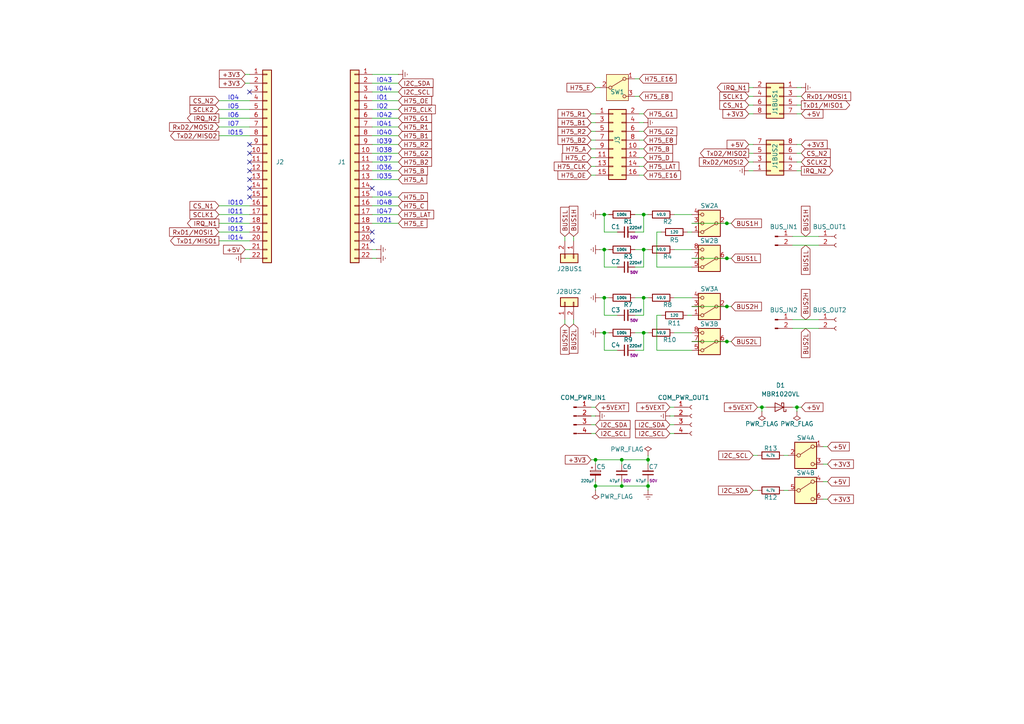
<source format=kicad_sch>
(kicad_sch (version 20250114) (generator "eeschema") (generator_version "9.0")
  (paper "A4")
  (title_block (title "COMChallenge Commander Board") (date "2026-02-18") (rev "v1.0") (company "RaphWeb"))
  (text "IO5" (at 66.04 31.75 0) (effects (font (size 1.27 1.27)) (justify left bottom)))
  (text "IO47" (at 109.22 62.23 0) (effects (font (size 1.27 1.27)) (justify left bottom)))
  (text "IO15" (at 66.04 39.37 0) (effects (font (size 1.27 1.27)) (justify left bottom)))
  (text "IO21" (at 109.22 64.77 0) (effects (font (size 1.27 1.27)) (justify left bottom)))
  (text "IO7" (at 66.04 36.83 0) (effects (font (size 1.27 1.27)) (justify left bottom)))
  (text "IO39" (at 109.22 41.91 0) (effects (font (size 1.27 1.27)) (justify left bottom)))
  (text "IO12" (at 66.04 64.77 0) (effects (font (size 1.27 1.27)) (justify left bottom)))
  (text "IO2" (at 109.22 31.75 0) (effects (font (size 1.27 1.27)) (justify left bottom)))
  (text "IO42" (at 109.22 34.29 0) (effects (font (size 1.27 1.27)) (justify left bottom)))
  (text "IO44" (at 109.22 26.67 0) (effects (font (size 1.27 1.27)) (justify left bottom)))
  (text "IO4" (at 66.04 29.21 0) (effects (font (size 1.27 1.27)) (justify left bottom)))
  (text "IO10" (at 66.04 59.69 0) (effects (font (size 1.27 1.27)) (justify left bottom)))
  (text "IO45" (at 109.22 57.15 0) (effects (font (size 1.27 1.27)) (justify left bottom)))
  (text "IO43" (at 109.22 24.13 0) (effects (font (size 1.27 1.27)) (justify left bottom)))
  (text "IO37" (at 109.22 46.99 0) (effects (font (size 1.27 1.27)) (justify left bottom)))
  (text "IO38" (at 109.22 44.45 0) (effects (font (size 1.27 1.27)) (justify left bottom)))
  (text "IO40" (at 109.22 39.37 0) (effects (font (size 1.27 1.27)) (justify left bottom)))
  (text "IO1" (at 109.22 29.21 0) (effects (font (size 1.27 1.27)) (justify left bottom)))
  (text "IO13" (at 66.04 67.31 0) (effects (font (size 1.27 1.27)) (justify left bottom)))
  (text "IO14" (at 66.04 69.85 0) (effects (font (size 1.27 1.27)) (justify left bottom)))
  (text "IO48" (at 109.22 59.69 0) (effects (font (size 1.27 1.27)) (justify left bottom)))
  (text "IO6" (at 66.04 34.29 0) (effects (font (size 1.27 1.27)) (justify left bottom)))
  (text "IO35" (at 109.22 52.07 0) (effects (font (size 1.27 1.27)) (justify left bottom)))
  (text "IO11" (at 66.04 62.23 0) (effects (font (size 1.27 1.27)) (justify left bottom)))
  (text "IO36" (at 109.22 49.53 0) (effects (font (size 1.27 1.27)) (justify left bottom)))
  (text "IO41" (at 109.22 36.83 0) (effects (font (size 1.27 1.27)) (justify left bottom)))
  (junction (at 231.14 118.11))
  (junction (at 175.26 86.36))
  (junction (at 186.69 62.23))
  (junction (at 210.82 64.77))
  (junction (at 175.26 96.52))
  (junction (at 187.96 140.97))
  (junction (at 186.69 96.52))
  (junction (at 172.72 133.35))
  (junction (at 172.72 140.97))
  (junction (at 220.98 118.11))
  (junction (at 180.34 133.35))
  (junction (at 175.26 72.39))
  (junction (at 180.34 140.97))
  (junction (at 210.82 74.93))
  (junction (at 186.69 72.39))
  (junction (at 186.69 86.36))
  (junction (at 175.26 62.23))
  (junction (at 187.96 133.35))
  (junction (at 210.82 88.9))
  (junction (at 210.82 99.06))
  (no_connect (at 72.39 57.15))
  (no_connect (at 72.39 54.61))
  (no_connect (at 72.39 44.45))
  (no_connect (at 72.39 52.07))
  (no_connect (at 72.39 49.53))
  (no_connect (at 107.95 67.31))
  (no_connect (at 72.39 41.91))
  (no_connect (at 72.39 26.67))
  (no_connect (at 72.39 46.99))
  (no_connect (at 107.95 69.85))
  (no_connect (at 107.95 54.61))
  (wire (pts (xy 63.5 31.75) (xy 72.39 31.75)))
  (wire (pts (xy 163.83 93.98) (xy 163.83 92.71)))
  (wire (pts (xy 107.95 41.91) (xy 115.57 41.91)))
  (wire (pts (xy 173.99 86.36) (xy 175.26 86.36)))
  (wire (pts (xy 63.5 69.85) (xy 72.39 69.85)))
  (wire (pts (xy 186.69 91.44) (xy 184.15 91.44)))
  (wire (pts (xy 231.14 44.45) (xy 232.41 44.45)))
  (wire (pts (xy 210.82 88.9) (xy 212.09 88.9)))
  (wire (pts (xy 107.95 29.21) (xy 115.57 29.21)))
  (wire (pts (xy 190.5 67.31) (xy 190.5 77.47)))
  (wire (pts (xy 218.44 25.4) (xy 217.17 25.4)))
  (wire (pts (xy 107.95 39.37) (xy 115.57 39.37)))
  (wire (pts (xy 71.12 72.39) (xy 72.39 72.39)))
  (wire (pts (xy 115.57 52.07) (xy 107.95 52.07)))
  (wire (pts (xy 180.34 133.35) (xy 172.72 133.35)))
  (wire (pts (xy 184.15 86.36) (xy 186.69 86.36)))
  (wire (pts (xy 163.83 68.58) (xy 163.83 69.85)))
  (wire (pts (xy 63.5 59.69) (xy 72.39 59.69)))
  (wire (pts (xy 63.5 29.21) (xy 72.39 29.21)))
  (wire (pts (xy 175.26 72.39) (xy 176.53 72.39)))
  (wire (pts (xy 218.44 30.48) (xy 217.17 30.48)))
  (wire (pts (xy 195.58 86.36) (xy 200.66 86.36)))
  (wire (pts (xy 231.14 118.11) (xy 231.14 119.38)))
  (wire (pts (xy 238.76 129.54) (xy 240.03 129.54)))
  (wire (pts (xy 171.45 125.73) (xy 172.72 125.73)))
  (wire (pts (xy 190.5 91.44) (xy 190.5 101.6)))
  (wire (pts (xy 172.72 142.24) (xy 172.72 140.97)))
  (wire (pts (xy 232.41 25.4) (xy 231.14 25.4)))
  (wire (pts (xy 190.5 101.6) (xy 200.66 101.6)))
  (wire (pts (xy 171.45 120.65) (xy 172.72 120.65)))
  (wire (pts (xy 179.07 101.6) (xy 175.26 101.6)))
  (wire (pts (xy 172.72 133.35) (xy 172.72 134.62)))
  (wire (pts (xy 175.26 91.44) (xy 175.26 86.36)))
  (wire (pts (xy 172.72 38.1) (xy 171.45 38.1)))
  (wire (pts (xy 180.34 133.35) (xy 187.96 133.35)))
  (wire (pts (xy 63.5 36.83) (xy 72.39 36.83)))
  (wire (pts (xy 194.31 125.73) (xy 195.58 125.73)))
  (wire (pts (xy 186.69 101.6) (xy 184.15 101.6)))
  (wire (pts (xy 238.76 144.78) (xy 240.03 144.78)))
  (wire (pts (xy 179.07 77.47) (xy 175.26 77.47)))
  (wire (pts (xy 187.96 132.08) (xy 187.96 133.35)))
  (wire (pts (xy 219.71 118.11) (xy 220.98 118.11)))
  (wire (pts (xy 115.57 36.83) (xy 107.95 36.83)))
  (wire (pts (xy 194.31 118.11) (xy 195.58 118.11)))
  (wire (pts (xy 63.5 34.29) (xy 72.39 34.29)))
  (wire (pts (xy 227.33 142.24) (xy 228.6 142.24)))
  (wire (pts (xy 218.44 132.08) (xy 219.71 132.08)))
  (wire (pts (xy 220.98 118.11) (xy 220.98 119.38)))
  (wire (pts (xy 172.72 33.02) (xy 171.45 33.02)))
  (wire (pts (xy 217.17 41.91) (xy 218.44 41.91)))
  (wire (pts (xy 179.07 67.31) (xy 175.26 67.31)))
  (wire (pts (xy 172.72 45.72) (xy 171.45 45.72)))
  (wire (pts (xy 229.87 71.12) (xy 237.49 71.12)))
  (wire (pts (xy 186.69 96.52) (xy 187.96 96.52)))
  (wire (pts (xy 107.95 74.93) (xy 109.22 74.93)))
  (wire (pts (xy 107.95 72.39) (xy 109.22 72.39)))
  (wire (pts (xy 172.72 50.8) (xy 171.45 50.8)))
  (wire (pts (xy 199.39 67.31) (xy 200.66 67.31)))
  (wire (pts (xy 184.15 72.39) (xy 186.69 72.39)))
  (wire (pts (xy 217.17 46.99) (xy 218.44 46.99)))
  (wire (pts (xy 231.14 46.99) (xy 232.41 46.99)))
  (wire (pts (xy 186.69 96.52) (xy 186.69 101.6)))
  (wire (pts (xy 238.76 139.7) (xy 240.03 139.7)))
  (wire (pts (xy 184.15 96.52) (xy 186.69 96.52)))
  (wire (pts (xy 175.26 101.6) (xy 175.26 96.52)))
  (wire (pts (xy 217.17 49.53) (xy 218.44 49.53)))
  (wire (pts (xy 63.5 64.77) (xy 72.39 64.77)))
  (wire (pts (xy 172.72 43.18) (xy 171.45 43.18)))
  (wire (pts (xy 172.72 35.56) (xy 171.45 35.56)))
  (wire (pts (xy 184.15 62.23) (xy 186.69 62.23)))
  (wire (pts (xy 166.37 93.98) (xy 166.37 92.71)))
  (wire (pts (xy 180.34 134.62) (xy 180.34 133.35)))
  (wire (pts (xy 191.77 67.31) (xy 190.5 67.31)))
  (wire (pts (xy 200.66 74.93) (xy 210.82 74.93)))
  (wire (pts (xy 107.95 49.53) (xy 115.57 49.53)))
  (wire (pts (xy 238.76 134.62) (xy 240.03 134.62)))
  (wire (pts (xy 231.14 118.11) (xy 232.41 118.11)))
  (wire (pts (xy 231.14 49.53) (xy 232.41 49.53)))
  (wire (pts (xy 195.58 96.52) (xy 200.66 96.52)))
  (wire (pts (xy 107.95 31.75) (xy 115.57 31.75)))
  (wire (pts (xy 180.34 139.7) (xy 180.34 140.97)))
  (wire (pts (xy 232.41 27.94) (xy 231.14 27.94)))
  (wire (pts (xy 186.69 43.18) (xy 185.42 43.18)))
  (wire (pts (xy 63.5 67.31) (xy 72.39 67.31)))
  (wire (pts (xy 227.33 132.08) (xy 228.6 132.08)))
  (wire (pts (xy 186.69 86.36) (xy 187.96 86.36)))
  (wire (pts (xy 107.95 46.99) (xy 115.57 46.99)))
  (wire (pts (xy 200.66 88.9) (xy 210.82 88.9)))
  (wire (pts (xy 229.87 95.25) (xy 237.49 95.25)))
  (wire (pts (xy 172.72 40.64) (xy 171.45 40.64)))
  (wire (pts (xy 186.69 72.39) (xy 186.69 77.47)))
  (wire (pts (xy 200.66 64.77) (xy 210.82 64.77)))
  (wire (pts (xy 71.12 21.59) (xy 72.39 21.59)))
  (wire (pts (xy 175.26 86.36) (xy 176.53 86.36)))
  (wire (pts (xy 210.82 99.06) (xy 212.09 99.06)))
  (wire (pts (xy 194.31 120.65) (xy 195.58 120.65)))
  (wire (pts (xy 63.5 39.37) (xy 72.39 39.37)))
  (wire (pts (xy 186.69 50.8) (xy 185.42 50.8)))
  (wire (pts (xy 210.82 74.93) (xy 212.09 74.93)))
  (wire (pts (xy 186.69 67.31) (xy 186.69 62.23)))
  (wire (pts (xy 184.15 27.94) (xy 185.42 27.94)))
  (wire (pts (xy 71.12 74.93) (xy 72.39 74.93)))
  (wire (pts (xy 187.96 140.97) (xy 187.96 142.24)))
  (wire (pts (xy 186.69 62.23) (xy 187.96 62.23)))
  (wire (pts (xy 229.87 118.11) (xy 231.14 118.11)))
  (wire (pts (xy 171.45 123.19) (xy 172.72 123.19)))
  (wire (pts (xy 180.34 140.97) (xy 187.96 140.97)))
  (wire (pts (xy 229.87 92.71) (xy 237.49 92.71)))
  (wire (pts (xy 172.72 139.7) (xy 172.72 140.97)))
  (wire (pts (xy 175.26 62.23) (xy 176.53 62.23)))
  (wire (pts (xy 199.39 91.44) (xy 200.66 91.44)))
  (wire (pts (xy 191.77 91.44) (xy 190.5 91.44)))
  (wire (pts (xy 187.96 134.62) (xy 187.96 133.35)))
  (wire (pts (xy 115.57 34.29) (xy 107.95 34.29)))
  (wire (pts (xy 179.07 91.44) (xy 175.26 91.44)))
  (wire (pts (xy 175.26 77.47) (xy 175.26 72.39)))
  (wire (pts (xy 231.14 41.91) (xy 232.41 41.91)))
  (wire (pts (xy 172.72 140.97) (xy 180.34 140.97)))
  (wire (pts (xy 175.26 96.52) (xy 176.53 96.52)))
  (wire (pts (xy 229.87 68.58) (xy 237.49 68.58)))
  (wire (pts (xy 107.95 64.77) (xy 115.57 64.77)))
  (wire (pts (xy 115.57 59.69) (xy 107.95 59.69)))
  (wire (pts (xy 107.95 26.67) (xy 115.57 26.67)))
  (wire (pts (xy 195.58 72.39) (xy 200.66 72.39)))
  (wire (pts (xy 186.69 45.72) (xy 185.42 45.72)))
  (wire (pts (xy 186.69 67.31) (xy 184.15 67.31)))
  (wire (pts (xy 107.95 24.13) (xy 115.57 24.13)))
  (wire (pts (xy 172.72 25.4) (xy 173.99 25.4)))
  (wire (pts (xy 107.95 62.23) (xy 115.57 62.23)))
  (wire (pts (xy 115.57 44.45) (xy 107.95 44.45)))
  (wire (pts (xy 172.72 48.26) (xy 171.45 48.26)))
  (wire (pts (xy 218.44 142.24) (xy 219.71 142.24)))
  (wire (pts (xy 195.58 62.23) (xy 200.66 62.23)))
  (wire (pts (xy 210.82 64.77) (xy 212.09 64.77)))
  (wire (pts (xy 173.99 72.39) (xy 175.26 72.39)))
  (wire (pts (xy 200.66 99.06) (xy 210.82 99.06)))
  (wire (pts (xy 220.98 118.11) (xy 222.25 118.11)))
  (wire (pts (xy 71.12 24.13) (xy 72.39 24.13)))
  (wire (pts (xy 194.31 123.19) (xy 195.58 123.19)))
  (wire (pts (xy 184.15 22.86) (xy 185.42 22.86)))
  (wire (pts (xy 232.41 33.02) (xy 231.14 33.02)))
  (wire (pts (xy 232.41 30.48) (xy 231.14 30.48)))
  (wire (pts (xy 217.17 44.45) (xy 218.44 44.45)))
  (wire (pts (xy 186.69 33.02) (xy 185.42 33.02)))
  (wire (pts (xy 171.45 133.35) (xy 172.72 133.35)))
  (wire (pts (xy 186.69 77.47) (xy 184.15 77.47)))
  (wire (pts (xy 218.44 33.02) (xy 217.17 33.02)))
  (wire (pts (xy 173.99 96.52) (xy 175.26 96.52)))
  (wire (pts (xy 171.45 118.11) (xy 172.72 118.11)))
  (wire (pts (xy 186.69 72.39) (xy 187.96 72.39)))
  (wire (pts (xy 173.99 62.23) (xy 175.26 62.23)))
  (wire (pts (xy 186.69 91.44) (xy 186.69 86.36)))
  (wire (pts (xy 186.69 40.64) (xy 185.42 40.64)))
  (wire (pts (xy 187.96 139.7) (xy 187.96 140.97)))
  (wire (pts (xy 107.95 21.59) (xy 115.57 21.59)))
  (wire (pts (xy 186.69 48.26) (xy 185.42 48.26)))
  (wire (pts (xy 175.26 67.31) (xy 175.26 62.23)))
  (wire (pts (xy 186.69 38.1) (xy 185.42 38.1)))
  (wire (pts (xy 186.69 35.56) (xy 185.42 35.56)))
  (wire (pts (xy 63.5 62.23) (xy 72.39 62.23)))
  (wire (pts (xy 166.37 68.58) (xy 166.37 69.85)))
  (wire (pts (xy 190.5 77.47) (xy 200.66 77.47)))
  (wire (pts (xy 115.57 57.15) (xy 107.95 57.15)))
  (wire (pts (xy 218.44 27.94) (xy 217.17 27.94)))
  (global_label "H75_LAT" (shape input) (at 115.57 62.23 0) (property "Intersheetrefs" "${INTERSHEET_REFS}" (effects (hide yes))))
  (global_label "SCLK1" (shape input) (at 63.5 62.23 180) (property "Intersheetrefs" "${INTERSHEET_REFS}" (effects (hide yes))))
  (global_label "BUS2L" (shape input) (at 233.68 95.25 270) (property "Intersheetrefs" "${INTERSHEET_REFS}" (effects (hide yes))))
  (global_label "BUS2H" (shape input) (at 163.83 93.98 270) (property "Intersheetrefs" "${INTERSHEET_REFS}" (effects (hide yes))))
  (global_label "H75_OE" (shape input) (at 115.57 29.21 0) (property "Intersheetrefs" "${INTERSHEET_REFS}" (effects (hide yes))))
  (global_label "I2C_SCL" (shape input) (at 194.31 125.73 180) (property "Intersheetrefs" "${INTERSHEET_REFS}" (effects (hide yes))))
  (global_label "TxD1/MISO1" (shape output) (at 232.41 30.48 0) (property "Intersheetrefs" "${INTERSHEET_REFS}" (effects (hide yes))))
  (global_label "H75_E16" (shape input) (at 186.69 50.8 0) (property "Intersheetrefs" "${INTERSHEET_REFS}" (effects (hide yes))))
  (global_label "TxD2/MISO2" (shape output) (at 63.5 39.37 180) (property "Intersheetrefs" "${INTERSHEET_REFS}" (effects (hide yes))))
  (global_label "+5V" (shape input) (at 240.03 129.54 0) (property "Intersheetrefs" "${INTERSHEET_REFS}" (effects (hide yes))))
  (global_label "H75_CLK" (shape input) (at 115.57 31.75 0) (property "Intersheetrefs" "${INTERSHEET_REFS}" (effects (hide yes))))
  (global_label "+5V" (shape input) (at 217.17 41.91 180) (property "Intersheetrefs" "${INTERSHEET_REFS}" (effects (hide yes))))
  (global_label "H75_E" (shape input) (at 115.57 64.77 0) (property "Intersheetrefs" "${INTERSHEET_REFS}" (effects (hide yes))))
  (global_label "IRQ_N2" (shape output) (at 63.5 34.29 180) (property "Intersheetrefs" "${INTERSHEET_REFS}" (effects (hide yes))))
  (global_label "SCLK2" (shape input) (at 63.5 31.75 180) (property "Intersheetrefs" "${INTERSHEET_REFS}" (effects (hide yes))))
  (global_label "+5V" (shape input) (at 232.41 118.11 0) (property "Intersheetrefs" "${INTERSHEET_REFS}" (effects (hide yes))))
  (global_label "SCLK1" (shape input) (at 217.17 27.94 180) (property "Intersheetrefs" "${INTERSHEET_REFS}" (effects (hide yes))))
  (global_label "+3V3" (shape input) (at 71.12 24.13 180) (property "Intersheetrefs" "${INTERSHEET_REFS}" (effects (hide yes))))
  (global_label "BUS1H" (shape input) (at 166.37 68.58 90) (property "Intersheetrefs" "${INTERSHEET_REFS}" (effects (hide yes))))
  (global_label "TxD2/MISO2" (shape output) (at 217.17 44.45 180) (property "Intersheetrefs" "${INTERSHEET_REFS}" (effects (hide yes))))
  (global_label "H75_E16" (shape input) (at 185.42 22.86 0) (property "Intersheetrefs" "${INTERSHEET_REFS}" (effects (hide yes))))
  (global_label "RxD1/MOSI1" (shape input) (at 232.41 27.94 0) (property "Intersheetrefs" "${INTERSHEET_REFS}" (effects (hide yes))))
  (global_label "H75_B" (shape input) (at 186.69 43.18 0) (property "Intersheetrefs" "${INTERSHEET_REFS}" (effects (hide yes))))
  (global_label "I2C_SDA" (shape input) (at 218.44 142.24 180) (property "Intersheetrefs" "${INTERSHEET_REFS}" (effects (hide yes))))
  (global_label "BUS1L" (shape input) (at 163.83 68.58 90) (property "Intersheetrefs" "${INTERSHEET_REFS}" (effects (hide yes))))
  (global_label "H75_OE" (shape input) (at 171.45 50.8 180) (property "Intersheetrefs" "${INTERSHEET_REFS}" (effects (hide yes))))
  (global_label "H75_B1" (shape input) (at 171.45 35.56 180) (property "Intersheetrefs" "${INTERSHEET_REFS}" (effects (hide yes))))
  (global_label "H75_A" (shape input) (at 115.57 52.07 0) (property "Intersheetrefs" "${INTERSHEET_REFS}" (effects (hide yes))))
  (global_label "BUS2L" (shape input) (at 212.09 99.06 0) (property "Intersheetrefs" "${INTERSHEET_REFS}" (effects (hide yes))))
  (global_label "I2C_SCL" (shape input) (at 115.57 26.67 0) (property "Intersheetrefs" "${INTERSHEET_REFS}" (effects (hide yes))))
  (global_label "SCLK2" (shape input) (at 232.41 46.99 0) (property "Intersheetrefs" "${INTERSHEET_REFS}" (effects (hide yes))))
  (global_label "TxD1/MISO1" (shape output) (at 63.5 69.85 180) (property "Intersheetrefs" "${INTERSHEET_REFS}" (effects (hide yes))))
  (global_label "H75_D" (shape input) (at 115.57 57.15 0) (property "Intersheetrefs" "${INTERSHEET_REFS}" (effects (hide yes))))
  (global_label "H75_R2" (shape input) (at 171.45 38.1 180) (property "Intersheetrefs" "${INTERSHEET_REFS}" (effects (hide yes))))
  (global_label "+5V" (shape input) (at 71.12 72.39 180) (property "Intersheetrefs" "${INTERSHEET_REFS}" (effects (hide yes))))
  (global_label "H75_G2" (shape input) (at 115.57 44.45 0) (property "Intersheetrefs" "${INTERSHEET_REFS}" (effects (hide yes))))
  (global_label "+3V3" (shape input) (at 217.17 33.02 180) (property "Intersheetrefs" "${INTERSHEET_REFS}" (effects (hide yes))))
  (global_label "RxD1/MOSI1" (shape input) (at 63.5 67.31 180) (property "Intersheetrefs" "${INTERSHEET_REFS}" (effects (hide yes))))
  (global_label "BUS1L" (shape input) (at 233.68 71.12 270) (property "Intersheetrefs" "${INTERSHEET_REFS}" (effects (hide yes))))
  (global_label "I2C_SDA" (shape input) (at 172.72 123.19 0) (property "Intersheetrefs" "${INTERSHEET_REFS}" (effects (hide yes))))
  (global_label "I2C_SCL" (shape input) (at 218.44 132.08 180) (property "Intersheetrefs" "${INTERSHEET_REFS}" (effects (hide yes))))
  (global_label "H75_G1" (shape input) (at 186.69 33.02 0) (property "Intersheetrefs" "${INTERSHEET_REFS}" (effects (hide yes))))
  (global_label "IRQ_N1" (shape output) (at 217.17 25.4 180) (property "Intersheetrefs" "${INTERSHEET_REFS}" (effects (hide yes))))
  (global_label "+3V3" (shape input) (at 240.03 144.78 0) (property "Intersheetrefs" "${INTERSHEET_REFS}" (effects (hide yes))))
  (global_label "H75_C" (shape input) (at 115.57 59.69 0) (property "Intersheetrefs" "${INTERSHEET_REFS}" (effects (hide yes))))
  (global_label "H75_A" (shape input) (at 171.45 43.18 180) (property "Intersheetrefs" "${INTERSHEET_REFS}" (effects (hide yes))))
  (global_label "RxD2/MOSI2" (shape input) (at 63.5 36.83 180) (property "Intersheetrefs" "${INTERSHEET_REFS}" (effects (hide yes))))
  (global_label "IRQ_N2" (shape output) (at 232.41 49.53 0) (property "Intersheetrefs" "${INTERSHEET_REFS}" (effects (hide yes))))
  (global_label "H75_E" (shape input) (at 172.72 25.4 180) (property "Intersheetrefs" "${INTERSHEET_REFS}" (effects (hide yes))))
  (global_label "+3V3" (shape input) (at 232.41 41.91 0) (property "Intersheetrefs" "${INTERSHEET_REFS}" (effects (hide yes))))
  (global_label "H75_B2" (shape input) (at 115.57 46.99 0) (property "Intersheetrefs" "${INTERSHEET_REFS}" (effects (hide yes))))
  (global_label "I2C_SDA" (shape input) (at 115.57 24.13 0) (property "Intersheetrefs" "${INTERSHEET_REFS}" (effects (hide yes))))
  (global_label "+3V3" (shape input) (at 71.12 21.59 180) (property "Intersheetrefs" "${INTERSHEET_REFS}" (effects (hide yes))))
  (global_label "H75_G2" (shape input) (at 186.69 38.1 0) (property "Intersheetrefs" "${INTERSHEET_REFS}" (effects (hide yes))))
  (global_label "H75_G1" (shape input) (at 115.57 34.29 0) (property "Intersheetrefs" "${INTERSHEET_REFS}" (effects (hide yes))))
  (global_label "H75_E8" (shape input) (at 186.69 40.64 0) (property "Intersheetrefs" "${INTERSHEET_REFS}" (effects (hide yes))))
  (global_label "BUS1H" (shape input) (at 233.68 68.58 90) (property "Intersheetrefs" "${INTERSHEET_REFS}" (effects (hide yes))))
  (global_label "H75_R1" (shape input) (at 171.45 33.02 180) (property "Intersheetrefs" "${INTERSHEET_REFS}" (effects (hide yes))))
  (global_label "CS_N2" (shape input) (at 232.41 44.45 0) (property "Intersheetrefs" "${INTERSHEET_REFS}" (effects (hide yes))))
  (global_label "IRQ_N1" (shape output) (at 63.5 64.77 180) (property "Intersheetrefs" "${INTERSHEET_REFS}" (effects (hide yes))))
  (global_label "H75_LAT" (shape input) (at 186.69 48.26 0) (property "Intersheetrefs" "${INTERSHEET_REFS}" (effects (hide yes))))
  (global_label "BUS1H" (shape input) (at 212.09 64.77 0) (property "Intersheetrefs" "${INTERSHEET_REFS}" (effects (hide yes))))
  (global_label "BUS2H" (shape input) (at 233.68 92.71 90) (property "Intersheetrefs" "${INTERSHEET_REFS}" (effects (hide yes))))
  (global_label "+5VEXT" (shape input) (at 194.31 118.11 180) (property "Intersheetrefs" "${INTERSHEET_REFS}" (effects (hide yes))))
  (global_label "BUS1L" (shape input) (at 212.09 74.93 0) (property "Intersheetrefs" "${INTERSHEET_REFS}" (effects (hide yes))))
  (global_label "H75_B" (shape input) (at 115.57 49.53 0) (property "Intersheetrefs" "${INTERSHEET_REFS}" (effects (hide yes))))
  (global_label "H75_R2" (shape input) (at 115.57 41.91 0) (property "Intersheetrefs" "${INTERSHEET_REFS}" (effects (hide yes))))
  (global_label "BUS2L" (shape input) (at 166.37 93.98 270) (property "Intersheetrefs" "${INTERSHEET_REFS}" (effects (hide yes))))
  (global_label "H75_CLK" (shape input) (at 171.45 48.26 180) (property "Intersheetrefs" "${INTERSHEET_REFS}" (effects (hide yes))))
  (global_label "+5VEXT" (shape input) (at 172.72 118.11 0) (property "Intersheetrefs" "${INTERSHEET_REFS}" (effects (hide yes))))
  (global_label "H75_B1" (shape input) (at 115.57 39.37 0) (property "Intersheetrefs" "${INTERSHEET_REFS}" (effects (hide yes))))
  (global_label "CS_N1" (shape input) (at 63.5 59.69 180) (property "Intersheetrefs" "${INTERSHEET_REFS}" (effects (hide yes))))
  (global_label "+5VEXT" (shape input) (at 219.71 118.11 180) (property "Intersheetrefs" "${INTERSHEET_REFS}" (effects (hide yes))))
  (global_label "CS_N1" (shape input) (at 217.17 30.48 180) (property "Intersheetrefs" "${INTERSHEET_REFS}" (effects (hide yes))))
  (global_label "RxD2/MOSI2" (shape input) (at 217.17 46.99 180) (property "Intersheetrefs" "${INTERSHEET_REFS}" (effects (hide yes))))
  (global_label "H75_D" (shape input) (at 186.69 45.72 0) (property "Intersheetrefs" "${INTERSHEET_REFS}" (effects (hide yes))))
  (global_label "+3V3" (shape input) (at 240.03 134.62 0) (property "Intersheetrefs" "${INTERSHEET_REFS}" (effects (hide yes))))
  (global_label "I2C_SCL" (shape input) (at 172.72 125.73 0) (property "Intersheetrefs" "${INTERSHEET_REFS}" (effects (hide yes))))
  (global_label "H75_R1" (shape input) (at 115.57 36.83 0) (property "Intersheetrefs" "${INTERSHEET_REFS}" (effects (hide yes))))
  (global_label "BUS2H" (shape input) (at 212.09 88.9 0) (property "Intersheetrefs" "${INTERSHEET_REFS}" (effects (hide yes))))
  (global_label "H75_B2" (shape input) (at 171.45 40.64 180) (property "Intersheetrefs" "${INTERSHEET_REFS}" (effects (hide yes))))
  (global_label "+5V" (shape input) (at 240.03 139.7 0) (property "Intersheetrefs" "${INTERSHEET_REFS}" (effects (hide yes))))
  (global_label "H75_E8" (shape input) (at 185.42 27.94 0) (property "Intersheetrefs" "${INTERSHEET_REFS}" (effects (hide yes))))
  (global_label "CS_N2" (shape input) (at 63.5 29.21 180) (property "Intersheetrefs" "${INTERSHEET_REFS}" (effects (hide yes))))
  (global_label "+5V" (shape input) (at 232.41 33.02 0) (property "Intersheetrefs" "${INTERSHEET_REFS}" (effects (hide yes))))
  (global_label "I2C_SDA" (shape input) (at 194.31 123.19 180) (property "Intersheetrefs" "${INTERSHEET_REFS}" (effects (hide yes))))
  (global_label "+3V3" (shape input) (at 171.45 133.35 180) (property "Intersheetrefs" "${INTERSHEET_REFS}" (effects (hide yes))))
  (global_label "H75_C" (shape input) (at 171.45 45.72 180) (property "Intersheetrefs" "${INTERSHEET_REFS}" (effects (hide yes))))
  (symbol (lib_id "Connector_Generic:Conn_02x08_Odd_Even") (at 177.8 40.64 0) (unit 1)
    (property "Reference" "J3" (at 179.07 40.64 90))
    (property "Value" "HUB75" (effects (hide yes)))
    (property "Footprint" "Connector_IDC:IDC-Header_2x08_P2.54mm_Vertical" (effects (hide yes)))
    (property "Description" "Generic connector, double row, 02x08, odd/even pin numbering scheme (row 1 odd numbers, row 2 even numbers), script generated (kicad-library-utils/schlib/autogen/connector/)" (effects (hide yes)))
  )
  (symbol (lib_id "Switch:SW_SPDT") (at 179.07 25.4 0) (unit 1)
    (property "Reference" "SW1" (at 179.07 26.67 0))
    (property "Value" "SW_SPDT" (effects (hide yes)))
    (property "Footprint" "LIB_CL-SB-12B-01T:CLSB12B01T" (effects (hide yes)))
    (property "Description" "Switch, single pole double throw" (effects (hide yes)))
  )
  (symbol (lib_id "power:PWR_FLAG") (at 231.14 119.38 0) (mirror x) (unit 1)
    (property "Reference" "#FLG04" (effects (hide yes)))
    (property "Value" "PWR_FLAG" (at 231.14 122.936 0))
    (property "Description" "Special symbol for telling ERC where power comes from" (effects (hide yes)))
  )
  (symbol (lib_id "power:GNDREF") (at 173.99 86.36 270) (unit 1)
    (property "Reference" "#PWR010" (effects (hide yes)))
    (property "Value" "GNDREF" (effects (hide yes)))
    (property "Description" "Power symbol creates a global label with name \"GNDREF\" , reference supply ground" (effects (hide yes)))
  )
  (symbol (lib_id "Device:R") (at 223.52 132.08 270) (mirror x) (unit 1)
    (property "Reference" "R13" (at 223.52 130.048 90))
    (property "Value" "4.7k" (at 223.52 132.08 90) (effects (font (size 0.8 0.8))))
    (property "Footprint" "Resistor_SMD:R_1206_3216Metric" (effects (hide yes)))
    (property "Description" "Resistor" (effects (hide yes)))
    (property "LCSC" "C17902" (effects (hide yes)))
    (property "Stock" "1031548" (effects (hide yes)))
    (property "Price" "0.006USD" (effects (hide yes)))
    (property "Process" "SMT" (effects (hide yes)))
    (property "Minimum Qty" "15" (effects (hide yes)))
    (property "Attrition Qty" "10" (effects (hide yes)))
    (property "Class" "Basic Component" (effects (hide yes)))
    (property "Category" "Resistors,Chip Resistor - Surface Mount" (effects (hide yes)))
    (property "Manufacturer" "UNI-ROYAL(Uniroyal Elec)" (effects (hide yes)))
    (property "Part" "1206W4F1002T5E" (effects (hide yes)))
    (property "Resistance" "10kΩ" (effects (hide yes)))
    (property "Power" "250mW" (effects (hide yes)))
    (property "Type" "Thick Film Resistors" (effects (hide yes)))
    (property "Overload Voltage Max" "200V" (effects (hide yes)))
    (property "Operating Temperature Range" "-55°C~+155°C" (effects (hide yes)))
    (property "Tolerance" "±1%" (effects (hide yes)))
    (property "Temperature Coefficient" "±100ppm/°C" (effects (hide yes)))
  )
  (symbol (lib_id "Connector:Conn_01x04_Socket") (at 200.66 120.65 0) (unit 1) (in_bom no)
    (property "Reference" "COM_PWR_OUT1" (at 190.754 115.316 0) (effects (justify left)))
    (property "Value" "Conn_01x04_Socket" (effects (hide yes)))
    (property "Footprint" "Connector_PinSocket_2.54mm:PinSocket_1x04_P2.54mm_Horizontal" (effects (hide yes)))
    (property "Description" "Generic connector, single row, 01x04, script generated" (effects (hide yes)))
  )
  (symbol (lib_id "Device:R") (at 191.77 96.52 270) (unit 1)
    (property "Reference" "R10" (at 192.278 98.552 90) (effects (justify left)))
    (property "Value" "49.9" (at 191.77 96.52 90) (effects (font (size 0.8 0.8))))
    (property "Footprint" "Resistor_SMD:R_1206_3216Metric" (effects (hide yes)))
    (property "Description" "Resistor" (effects (hide yes)))
    (property "LCSC" "C17902" (effects (hide yes)))
    (property "Stock" "1031548" (effects (hide yes)))
    (property "Price" "0.006USD" (effects (hide yes)))
    (property "Process" "SMT" (effects (hide yes)))
    (property "Minimum Qty" "15" (effects (hide yes)))
    (property "Attrition Qty" "10" (effects (hide yes)))
    (property "Class" "Basic Component" (effects (hide yes)))
    (property "Category" "Resistors,Chip Resistor - Surface Mount" (effects (hide yes)))
    (property "Manufacturer" "UNI-ROYAL(Uniroyal Elec)" (effects (hide yes)))
    (property "Part" "1206W4F1002T5E" (effects (hide yes)))
    (property "Resistance" "10kΩ" (effects (hide yes)))
    (property "Power" "250mW" (effects (hide yes)))
    (property "Type" "Thick Film Resistors" (effects (hide yes)))
    (property "Overload Voltage Max" "200V" (effects (hide yes)))
    (property "Operating Temperature Range" "-55°C~+155°C" (effects (hide yes)))
    (property "Tolerance" "±1%" (effects (hide yes)))
    (property "Temperature Coefficient" "±100ppm/°C" (effects (hide yes)))
  )
  (symbol (lib_name "SW_DP3T_1") (lib_id "Switch:SW_DP3T") (at 205.74 64.77 180) (unit 1)
    (property "Reference" "SW2" (at 205.74 59.69 0))
    (property "Value" "SW_DP3T" (effects (hide yes)))
    (property "Footprint" "LIB_CL-SB-23B-01T:CLSB23B01T" (effects (hide yes)))
    (property "Description" "Switch, three position, dual pole triple throw, 3 position switch, SP3T" (effects (hide yes)))
  )
  (symbol (lib_id "power:PWR_FLAG") (at 220.98 119.38 0) (mirror x) (unit 1)
    (property "Reference" "#FLG03" (effects (hide yes)))
    (property "Value" "PWR_FLAG" (at 220.98 122.936 0))
    (property "Description" "Special symbol for telling ERC where power comes from" (effects (hide yes)))
  )
  (symbol (lib_id "Diode:MBR1020VL") (at 226.06 118.11 180) (unit 1)
    (property "Reference" "D1" (at 226.3775 111.76 0))
    (property "Value" "MBR1020VL" (at 226.3775 114.3 0))
    (property "Footprint" "Diode_SMD:D_SOD-123F" (effects (hide yes)))
    (property "Datasheet" "https://www.onsemi.com/pub/Collateral/MBR1020VL-D.PDF" (effects (hide yes)))
    (property "Description" "20V, 1A, 340 mV, Schottky Diode Rectifier, SOD-123F" (effects (hide yes)))
  )
  (symbol (lib_id "power:GNDREF") (at 173.99 96.52 270) (unit 1)
    (property "Reference" "#PWR011" (effects (hide yes)))
    (property "Value" "GNDREF" (effects (hide yes)))
    (property "Description" "Power symbol creates a global label with name \"GNDREF\" , reference supply ground" (effects (hide yes)))
  )
  (symbol (lib_id "Device:C_Small") (at 180.34 137.16 180) (unit 1)
    (property "Reference" "C6" (at 181.864 135.382 0))
    (property "Value" "47µF" (at 178.308 139.446 0) (effects (font (size 0.8 0.8))))
    (property "Footprint" "Capacitor_SMD:C_0805_2012Metric" (effects (hide yes)))
    (property "Description" "Unpolarized capacitor, small symbol" (effects (hide yes)))
    (property "LCSC" "C307331" (effects (hide yes)))
    (property "Stock" "8389599" (effects (hide yes)))
    (property "Price" "0.008USD" (effects (hide yes)))
    (property "Process" "SMT" (effects (hide yes)))
    (property "Minimum Qty" "20" (effects (hide yes)))
    (property "Attrition Qty" "10" (effects (hide yes)))
    (property "Class" "Basic Component" (effects (hide yes)))
    (property "Category" "Capacitors,Multilayer Ceramic Capacitors MLCC - SMD/SMT" (effects (hide yes)))
    (property "Manufacturer" "Samsung Electro-Mechanics" (effects (hide yes)))
    (property "Part" "CL05B104KB54PNC" (effects (hide yes)))
    (property "Voltage Rated" "50V" (at 181.864 139.446 0) (effects (font (size 0.8 0.8))))
    (property "Tolerance" "±10%" (effects (hide yes)))
    (property "Capacitance" "100nF" (effects (hide yes)))
    (property "Temperature Coefficient" "X7R" (effects (hide yes)))
  )
  (symbol (lib_id "Switch:SW_DPDT_x2") (at 233.68 142.24 0) (unit 2)
    (property "Reference" "SW4" (at 233.68 137.16 0))
    (property "Value" "SW_DPDT_x2" (effects (hide yes)))
    (property "Footprint" "LIB_CL-SB-22B-01T:CLSB22B01T" (effects (hide yes)))
    (property "Description" "Switch, dual pole double throw, separate symbols" (effects (hide yes)))
  )
  (symbol (lib_name "SW_DP3T_3") (lib_id "Switch:SW_DP3T") (at 205.74 99.06 180) (unit 2)
    (property "Reference" "SW3" (at 205.74 93.98 0))
    (property "Value" "SW_DP3T" (effects (hide yes)))
    (property "Footprint" "LIB_CL-SB-23B-01T:CLSB23B01T" (effects (hide yes)))
    (property "Description" "Switch, three position, dual pole triple throw, 3 position switch, SP3T" (effects (hide yes)))
  )
  (symbol (lib_id "Connector_Generic:Conn_01x02") (at 163.83 87.63 90) (unit 1)
    (property "Reference" "J2BUS2" (at 168.656 84.582 90) (effects (justify left)))
    (property "Value" "Conn_01x02" (effects (hide yes)))
    (property "Footprint" "Connector_PinSocket_2.54mm:PinSocket_1x02_P2.54mm_Vertical" (effects (hide yes)))
    (property "Description" "Generic connector, single row, 01x02, script generated (kicad-library-utils/schlib/autogen/connector/)" (effects (hide yes)))
  )
  (symbol (lib_id "Device:R") (at 180.34 72.39 270) (unit 1)
    (property "Reference" "R3" (at 180.848 74.422 90) (effects (justify left)))
    (property "Value" "100k" (at 180.34 72.39 90) (effects (font (size 0.8 0.8))))
    (property "Footprint" "Resistor_SMD:R_1206_3216Metric" (effects (hide yes)))
    (property "Description" "Resistor" (effects (hide yes)))
    (property "LCSC" "C17902" (effects (hide yes)))
    (property "Stock" "1031548" (effects (hide yes)))
    (property "Price" "0.006USD" (effects (hide yes)))
    (property "Process" "SMT" (effects (hide yes)))
    (property "Minimum Qty" "15" (effects (hide yes)))
    (property "Attrition Qty" "10" (effects (hide yes)))
    (property "Class" "Basic Component" (effects (hide yes)))
    (property "Category" "Resistors,Chip Resistor - Surface Mount" (effects (hide yes)))
    (property "Manufacturer" "UNI-ROYAL(Uniroyal Elec)" (effects (hide yes)))
    (property "Part" "1206W4F1002T5E" (effects (hide yes)))
    (property "Resistance" "10kΩ" (effects (hide yes)))
    (property "Power" "250mW" (effects (hide yes)))
    (property "Type" "Thick Film Resistors" (effects (hide yes)))
    (property "Overload Voltage Max" "200V" (effects (hide yes)))
    (property "Operating Temperature Range" "-55°C~+155°C" (effects (hide yes)))
    (property "Tolerance" "±1%" (effects (hide yes)))
    (property "Temperature Coefficient" "±100ppm/°C" (effects (hide yes)))
  )
  (symbol (lib_id "Connector_Generic:Conn_01x22") (at 77.47 46.99 0) (unit 1)
    (property "Reference" "J2" (at 80.01 46.9899 0) (effects (justify left)))
    (property "Value" "Conn_01x22" (effects (hide yes)))
    (property "Footprint" "Connector_PinSocket_2.54mm:PinSocket_1x22_P2.54mm_Vertical" (effects (hide yes)))
    (property "Description" "Generic connector, single row, 01x22, script generated (kicad-library-utils/schlib/autogen/connector/)" (effects (hide yes)))
  )
  (symbol (lib_id "Connector_Generic:Conn_01x02") (at 166.37 74.93 270) (unit 1)
    (property "Reference" "J2BUS1" (at 161.544 77.978 90) (effects (justify left)))
    (property "Value" "Conn_01x02" (effects (hide yes)))
    (property "Footprint" "Connector_PinSocket_2.54mm:PinSocket_1x02_P2.54mm_Vertical" (effects (hide yes)))
    (property "Description" "Generic connector, single row, 01x02, script generated (kicad-library-utils/schlib/autogen/connector/)" (effects (hide yes)))
  )
  (symbol (lib_id "power:GNDREF") (at 186.69 35.56 90) (unit 1)
    (property "Reference" "#PWR07" (effects (hide yes)))
    (property "Value" "GNDREF" (effects (hide yes)))
    (property "Description" "Power symbol creates a global label with name \"GNDREF\" , reference supply ground" (effects (hide yes)))
  )
  (symbol (lib_id "Device:R") (at 191.77 62.23 270) (unit 1)
    (property "Reference" "R2" (at 192.278 64.262 90) (effects (justify left)))
    (property "Value" "49.9" (at 191.77 62.23 90) (effects (font (size 0.8 0.8))))
    (property "Footprint" "Resistor_SMD:R_1206_3216Metric" (effects (hide yes)))
    (property "Description" "Resistor" (effects (hide yes)))
    (property "LCSC" "C17902" (effects (hide yes)))
    (property "Stock" "1031548" (effects (hide yes)))
    (property "Price" "0.006USD" (effects (hide yes)))
    (property "Process" "SMT" (effects (hide yes)))
    (property "Minimum Qty" "15" (effects (hide yes)))
    (property "Attrition Qty" "10" (effects (hide yes)))
    (property "Class" "Basic Component" (effects (hide yes)))
    (property "Category" "Resistors,Chip Resistor - Surface Mount" (effects (hide yes)))
    (property "Manufacturer" "UNI-ROYAL(Uniroyal Elec)" (effects (hide yes)))
    (property "Part" "1206W4F1002T5E" (effects (hide yes)))
    (property "Resistance" "10kΩ" (effects (hide yes)))
    (property "Power" "250mW" (effects (hide yes)))
    (property "Type" "Thick Film Resistors" (effects (hide yes)))
    (property "Overload Voltage Max" "200V" (effects (hide yes)))
    (property "Operating Temperature Range" "-55°C~+155°C" (effects (hide yes)))
    (property "Tolerance" "±1%" (effects (hide yes)))
    (property "Temperature Coefficient" "±100ppm/°C" (effects (hide yes)))
  )
  (symbol (lib_id "Switch:SW_DPDT_x2") (at 233.68 132.08 0) (unit 1)
    (property "Reference" "SW4" (at 233.68 127 0))
    (property "Value" "SW_DPDT_x2" (effects (hide yes)))
    (property "Footprint" "LIB_CL-SB-22B-01T:CLSB22B01T" (effects (hide yes)))
    (property "Description" "Switch, dual pole double throw, separate symbols" (effects (hide yes)))
  )
  (symbol (lib_id "power:GNDREF") (at 232.41 25.4 90) (unit 1)
    (property "Reference" "#PWR01" (effects (hide yes)))
    (property "Value" "GNDREF" (effects (hide yes)))
    (property "Description" "Power symbol creates a global label with name \"GNDREF\" , reference supply ground" (effects (hide yes)))
  )
  (symbol (lib_id "power:GNDREF") (at 173.99 62.23 270) (unit 1)
    (property "Reference" "#PWR09" (effects (hide yes)))
    (property "Value" "GNDREF" (effects (hide yes)))
    (property "Description" "Power symbol creates a global label with name \"GNDREF\" , reference supply ground" (effects (hide yes)))
  )
  (symbol (lib_id "power:PWR_FLAG") (at 187.96 132.08 0) (mirror y) (unit 1)
    (property "Reference" "#FLG01" (effects (hide yes)))
    (property "Value" "PWR_FLAG" (at 181.864 130.302 0))
    (property "Description" "Special symbol for telling ERC where power comes from" (effects (hide yes)))
  )
  (symbol (lib_id "Device:C_Small") (at 181.61 91.44 90) (unit 1)
    (property "Reference" "C3" (at 178.562 89.916 90))
    (property "Value" "220nF" (at 184.404 90.17 90) (effects (font (size 0.8 0.8))))
    (property "Footprint" "Capacitor_SMD:C_0805_2012Metric" (effects (hide yes)))
    (property "Description" "Unpolarized capacitor, small symbol" (effects (hide yes)))
    (property "LCSC" "C307331" (effects (hide yes)))
    (property "Stock" "8389599" (effects (hide yes)))
    (property "Price" "0.008USD" (effects (hide yes)))
    (property "Process" "SMT" (effects (hide yes)))
    (property "Minimum Qty" "20" (effects (hide yes)))
    (property "Attrition Qty" "10" (effects (hide yes)))
    (property "Class" "Basic Component" (effects (hide yes)))
    (property "Category" "Capacitors,Multilayer Ceramic Capacitors MLCC - SMD/SMT" (effects (hide yes)))
    (property "Manufacturer" "Samsung Electro-Mechanics" (effects (hide yes)))
    (property "Part" "CL05B104KB54PNC" (effects (hide yes)))
    (property "Voltage Rated" "50V" (at 183.896 92.964 90) (effects (font (size 0.8 0.8))))
    (property "Tolerance" "±10%" (effects (hide yes)))
    (property "Capacitance" "100nF" (effects (hide yes)))
    (property "Temperature Coefficient" "X7R" (effects (hide yes)))
  )
  (symbol (lib_id "Device:C_Small") (at 181.61 67.31 90) (unit 1)
    (property "Reference" "C1" (at 178.562 65.786 90))
    (property "Value" "220nF" (at 184.404 66.04 90) (effects (font (size 0.8 0.8))))
    (property "Footprint" "Capacitor_SMD:C_0805_2012Metric" (effects (hide yes)))
    (property "Description" "Unpolarized capacitor, small symbol" (effects (hide yes)))
    (property "LCSC" "C307331" (effects (hide yes)))
    (property "Stock" "8389599" (effects (hide yes)))
    (property "Price" "0.008USD" (effects (hide yes)))
    (property "Process" "SMT" (effects (hide yes)))
    (property "Minimum Qty" "20" (effects (hide yes)))
    (property "Attrition Qty" "10" (effects (hide yes)))
    (property "Class" "Basic Component" (effects (hide yes)))
    (property "Category" "Capacitors,Multilayer Ceramic Capacitors MLCC - SMD/SMT" (effects (hide yes)))
    (property "Manufacturer" "Samsung Electro-Mechanics" (effects (hide yes)))
    (property "Part" "CL05B104KB54PNC" (effects (hide yes)))
    (property "Voltage Rated" "50V" (at 183.896 68.834 90) (effects (font (size 0.8 0.8))))
    (property "Tolerance" "±10%" (effects (hide yes)))
    (property "Capacitance" "100nF" (effects (hide yes)))
    (property "Temperature Coefficient" "X7R" (effects (hide yes)))
  )
  (symbol (lib_id "Device:R") (at 195.58 67.31 270) (mirror x) (unit 1)
    (property "Reference" "R5" (at 195.58 69.596 90))
    (property "Value" "120" (at 195.58 67.31 90) (effects (font (size 0.8 0.8))))
    (property "Footprint" "Resistor_SMD:R_1206_3216Metric" (effects (hide yes)))
    (property "Description" "Resistor" (effects (hide yes)))
    (property "LCSC" "C17902" (effects (hide yes)))
    (property "Stock" "1031548" (effects (hide yes)))
    (property "Price" "0.006USD" (effects (hide yes)))
    (property "Process" "SMT" (effects (hide yes)))
    (property "Minimum Qty" "15" (effects (hide yes)))
    (property "Attrition Qty" "10" (effects (hide yes)))
    (property "Class" "Basic Component" (effects (hide yes)))
    (property "Category" "Resistors,Chip Resistor - Surface Mount" (effects (hide yes)))
    (property "Manufacturer" "UNI-ROYAL(Uniroyal Elec)" (effects (hide yes)))
    (property "Part" "1206W4F1002T5E" (effects (hide yes)))
    (property "Resistance" "10kΩ" (effects (hide yes)))
    (property "Power" "250mW" (effects (hide yes)))
    (property "Type" "Thick Film Resistors" (effects (hide yes)))
    (property "Overload Voltage Max" "200V" (effects (hide yes)))
    (property "Operating Temperature Range" "-55°C~+155°C" (effects (hide yes)))
    (property "Tolerance" "±1%" (effects (hide yes)))
    (property "Temperature Coefficient" "±100ppm/°C" (effects (hide yes)))
  )
  (symbol (lib_id "power:GNDREF") (at 71.12 74.93 270) (unit 1)
    (property "Reference" "#PWR03" (effects (hide yes)))
    (property "Value" "GNDREF" (effects (hide yes)))
    (property "Description" "Power symbol creates a global label with name \"GNDREF\" , reference supply ground" (effects (hide yes)))
  )
  (symbol (lib_id "Device:R") (at 180.34 86.36 270) (unit 1)
    (property "Reference" "R7" (at 180.848 88.392 90) (effects (justify left)))
    (property "Value" "100k" (at 180.34 86.36 90) (effects (font (size 0.8 0.8))))
    (property "Footprint" "Resistor_SMD:R_1206_3216Metric" (effects (hide yes)))
    (property "Description" "Resistor" (effects (hide yes)))
    (property "LCSC" "C17902" (effects (hide yes)))
    (property "Stock" "1031548" (effects (hide yes)))
    (property "Price" "0.006USD" (effects (hide yes)))
    (property "Process" "SMT" (effects (hide yes)))
    (property "Minimum Qty" "15" (effects (hide yes)))
    (property "Attrition Qty" "10" (effects (hide yes)))
    (property "Class" "Basic Component" (effects (hide yes)))
    (property "Category" "Resistors,Chip Resistor - Surface Mount" (effects (hide yes)))
    (property "Manufacturer" "UNI-ROYAL(Uniroyal Elec)" (effects (hide yes)))
    (property "Part" "1206W4F1002T5E" (effects (hide yes)))
    (property "Resistance" "10kΩ" (effects (hide yes)))
    (property "Power" "250mW" (effects (hide yes)))
    (property "Type" "Thick Film Resistors" (effects (hide yes)))
    (property "Overload Voltage Max" "200V" (effects (hide yes)))
    (property "Operating Temperature Range" "-55°C~+155°C" (effects (hide yes)))
    (property "Tolerance" "±1%" (effects (hide yes)))
    (property "Temperature Coefficient" "±100ppm/°C" (effects (hide yes)))
  )
  (symbol (lib_id "Connector:Conn_01x02_Socket") (at 242.57 68.58 0) (unit 1) (in_bom no)
    (property "Reference" "BUS_OUT1" (at 235.712 65.786 0) (effects (justify left)))
    (property "Value" "Conn_01x02_Socket" (effects (hide yes)))
    (property "Footprint" "Connector_PinSocket_2.54mm:PinSocket_1x02_P2.54mm_Horizontal" (effects (hide yes)))
    (property "Description" "Generic connector, single row, 01x02, script generated" (effects (hide yes)))
  )
  (symbol (lib_id "power:GNDREF") (at 172.72 120.65 90) (unit 1)
    (property "Reference" "#PWR019" (effects (hide yes)))
    (property "Value" "GNDREF" (effects (hide yes)))
    (property "Description" "Power symbol creates a global label with name \"GNDREF\" , reference supply ground" (effects (hide yes)))
  )
  (symbol (lib_id "power:GNDREF") (at 173.99 72.39 270) (unit 1)
    (property "Reference" "#PWR08" (effects (hide yes)))
    (property "Value" "GNDREF" (effects (hide yes)))
    (property "Description" "Power symbol creates a global label with name \"GNDREF\" , reference supply ground" (effects (hide yes)))
  )
  (symbol (lib_id "power:GNDREF") (at 187.96 142.24 0) (unit 1)
    (property "Reference" "#PWR012" (effects (hide yes)))
    (property "Value" "GNDREF" (effects (hide yes)))
    (property "Description" "Power symbol creates a global label with name \"GNDREF\" , reference supply ground" (effects (hide yes)))
  )
  (symbol (lib_id "power:GNDREF") (at 109.22 74.93 90) (unit 1)
    (property "Reference" "#PWR04" (effects (hide yes)))
    (property "Value" "GNDREF" (effects (hide yes)))
    (property "Description" "Power symbol creates a global label with name \"GNDREF\" , reference supply ground" (effects (hide yes)))
  )
  (symbol (lib_id "power:PWR_FLAG") (at 172.72 142.24 0) (mirror x) (unit 1)
    (property "Reference" "#FLG02" (effects (hide yes)))
    (property "Value" "PWR_FLAG" (at 178.816 144.018 0))
    (property "Description" "Special symbol for telling ERC where power comes from" (effects (hide yes)))
  )
  (symbol (lib_id "power:GNDREF") (at 194.31 120.65 270) (unit 1)
    (property "Reference" "#PWR018" (effects (hide yes)))
    (property "Value" "GNDREF" (effects (hide yes)))
    (property "Description" "Power symbol creates a global label with name \"GNDREF\" , reference supply ground" (effects (hide yes)))
  )
  (symbol (lib_id "Connector:Conn_01x02_Pin") (at 224.79 68.58 0) (unit 1) (in_bom no)
    (property "Reference" "BUS_IN1" (at 227.33 65.786 0))
    (property "Value" "Conn_01x02_Pin" (effects (hide yes)))
    (property "Footprint" "Connector_PinHeader_2.54mm:PinHeader_1x02_P2.54mm_Horizontal" (effects (hide yes)))
    (property "Description" "Generic connector, single row, 01x02, script generated" (effects (hide yes)))
  )
  (symbol (lib_id "Device:R") (at 195.58 91.44 270) (mirror x) (unit 1)
    (property "Reference" "R11" (at 195.58 93.726 90))
    (property "Value" "120" (at 195.58 91.44 90) (effects (font (size 0.8 0.8))))
    (property "Footprint" "Resistor_SMD:R_1206_3216Metric" (effects (hide yes)))
    (property "Description" "Resistor" (effects (hide yes)))
    (property "LCSC" "C17902" (effects (hide yes)))
    (property "Stock" "1031548" (effects (hide yes)))
    (property "Price" "0.006USD" (effects (hide yes)))
    (property "Process" "SMT" (effects (hide yes)))
    (property "Minimum Qty" "15" (effects (hide yes)))
    (property "Attrition Qty" "10" (effects (hide yes)))
    (property "Class" "Basic Component" (effects (hide yes)))
    (property "Category" "Resistors,Chip Resistor - Surface Mount" (effects (hide yes)))
    (property "Manufacturer" "UNI-ROYAL(Uniroyal Elec)" (effects (hide yes)))
    (property "Part" "1206W4F1002T5E" (effects (hide yes)))
    (property "Resistance" "10kΩ" (effects (hide yes)))
    (property "Power" "250mW" (effects (hide yes)))
    (property "Type" "Thick Film Resistors" (effects (hide yes)))
    (property "Overload Voltage Max" "200V" (effects (hide yes)))
    (property "Operating Temperature Range" "-55°C~+155°C" (effects (hide yes)))
    (property "Tolerance" "±1%" (effects (hide yes)))
    (property "Temperature Coefficient" "±100ppm/°C" (effects (hide yes)))
  )
  (symbol (lib_id "Connector:Conn_01x04_Pin") (at 166.37 120.65 0) (unit 1) (in_bom no)
    (property "Reference" "COM_PWR_IN1" (at 169.164 115.316 0))
    (property "Value" "Conn_01x04_Pin" (effects (hide yes)))
    (property "Footprint" "Connector_PinHeader_2.54mm:PinHeader_1x04_P2.54mm_Horizontal" (effects (hide yes)))
    (property "Description" "Generic connector, single row, 01x04, script generated" (effects (hide yes)))
  )
  (symbol (lib_id "Device:C_Small") (at 181.61 77.47 90) (unit 1)
    (property "Reference" "C2" (at 178.562 75.946 90))
    (property "Value" "220nF" (at 184.404 76.2 90) (effects (font (size 0.8 0.8))))
    (property "Footprint" "Capacitor_SMD:C_0805_2012Metric" (effects (hide yes)))
    (property "Description" "Unpolarized capacitor, small symbol" (effects (hide yes)))
    (property "LCSC" "C307331" (effects (hide yes)))
    (property "Stock" "8389599" (effects (hide yes)))
    (property "Price" "0.008USD" (effects (hide yes)))
    (property "Process" "SMT" (effects (hide yes)))
    (property "Minimum Qty" "20" (effects (hide yes)))
    (property "Attrition Qty" "10" (effects (hide yes)))
    (property "Class" "Basic Component" (effects (hide yes)))
    (property "Category" "Capacitors,Multilayer Ceramic Capacitors MLCC - SMD/SMT" (effects (hide yes)))
    (property "Manufacturer" "Samsung Electro-Mechanics" (effects (hide yes)))
    (property "Part" "CL05B104KB54PNC" (effects (hide yes)))
    (property "Voltage Rated" "50V" (at 183.896 78.994 90) (effects (font (size 0.8 0.8))))
    (property "Tolerance" "±10%" (effects (hide yes)))
    (property "Capacitance" "100nF" (effects (hide yes)))
    (property "Temperature Coefficient" "X7R" (effects (hide yes)))
  )
  (symbol (lib_id "Connector_Generic:Conn_02x04_Odd_Even") (at 226.06 27.94 0) (mirror y) (unit 1)
    (property "Reference" "J1BUS1" (at 224.79 25.908 90) (effects (justify right)))
    (property "Value" "Conn_02x04_Odd_Even" (effects (hide yes)))
    (property "Footprint" "Connector_PinSocket_2.54mm:PinSocket_2x04_P2.54mm_Vertical" (effects (hide yes)))
    (property "Description" "Generic connector, double row, 02x04, odd/even pin numbering scheme (row 1 odd numbers, row 2 even numbers), script generated (kicad-library-utils/schlib/autogen/connector/)" (effects (hide yes)))
  )
  (symbol (lib_id "Connector:Conn_01x02_Pin") (at 224.79 92.71 0) (unit 1) (in_bom no)
    (property "Reference" "BUS_IN2" (at 227.33 89.916 0))
    (property "Value" "Conn_01x02_Pin" (effects (hide yes)))
    (property "Footprint" "Connector_PinHeader_2.54mm:PinHeader_1x02_P2.54mm_Horizontal" (effects (hide yes)))
    (property "Description" "Generic connector, single row, 01x02, script generated" (effects (hide yes)))
  )
  (symbol (lib_id "Device:R") (at 180.34 96.52 270) (unit 1)
    (property "Reference" "R9" (at 180.848 98.552 90) (effects (justify left)))
    (property "Value" "100k" (at 180.34 96.52 90) (effects (font (size 0.8 0.8))))
    (property "Footprint" "Resistor_SMD:R_1206_3216Metric" (effects (hide yes)))
    (property "Description" "Resistor" (effects (hide yes)))
    (property "LCSC" "C17902" (effects (hide yes)))
    (property "Stock" "1031548" (effects (hide yes)))
    (property "Price" "0.006USD" (effects (hide yes)))
    (property "Process" "SMT" (effects (hide yes)))
    (property "Minimum Qty" "15" (effects (hide yes)))
    (property "Attrition Qty" "10" (effects (hide yes)))
    (property "Class" "Basic Component" (effects (hide yes)))
    (property "Category" "Resistors,Chip Resistor - Surface Mount" (effects (hide yes)))
    (property "Manufacturer" "UNI-ROYAL(Uniroyal Elec)" (effects (hide yes)))
    (property "Part" "1206W4F1002T5E" (effects (hide yes)))
    (property "Resistance" "10kΩ" (effects (hide yes)))
    (property "Power" "250mW" (effects (hide yes)))
    (property "Type" "Thick Film Resistors" (effects (hide yes)))
    (property "Overload Voltage Max" "200V" (effects (hide yes)))
    (property "Operating Temperature Range" "-55°C~+155°C" (effects (hide yes)))
    (property "Tolerance" "±1%" (effects (hide yes)))
    (property "Temperature Coefficient" "±100ppm/°C" (effects (hide yes)))
  )
  (symbol (lib_id "Connector_Generic:Conn_02x04_Odd_Even") (at 223.52 46.99 0) (mirror x) (unit 1)
    (property "Reference" "J1BUS2" (at 224.79 49.022 90) (effects (justify right)))
    (property "Value" "Conn_02x04_Odd_Even" (effects (hide yes)))
    (property "Footprint" "Connector_PinSocket_2.54mm:PinSocket_2x04_P2.54mm_Vertical" (effects (hide yes)))
    (property "Description" "Generic connector, double row, 02x04, odd/even pin numbering scheme (row 1 odd numbers, row 2 even numbers), script generated (kicad-library-utils/schlib/autogen/connector/)" (effects (hide yes)))
  )
  (symbol (lib_id "Device:R") (at 191.77 86.36 270) (unit 1)
    (property "Reference" "R8" (at 192.278 88.392 90) (effects (justify left)))
    (property "Value" "49.9" (at 191.77 86.36 90) (effects (font (size 0.8 0.8))))
    (property "Footprint" "Resistor_SMD:R_1206_3216Metric" (effects (hide yes)))
    (property "Description" "Resistor" (effects (hide yes)))
    (property "LCSC" "C17902" (effects (hide yes)))
    (property "Stock" "1031548" (effects (hide yes)))
    (property "Price" "0.006USD" (effects (hide yes)))
    (property "Process" "SMT" (effects (hide yes)))
    (property "Minimum Qty" "15" (effects (hide yes)))
    (property "Attrition Qty" "10" (effects (hide yes)))
    (property "Class" "Basic Component" (effects (hide yes)))
    (property "Category" "Resistors,Chip Resistor - Surface Mount" (effects (hide yes)))
    (property "Manufacturer" "UNI-ROYAL(Uniroyal Elec)" (effects (hide yes)))
    (property "Part" "1206W4F1002T5E" (effects (hide yes)))
    (property "Resistance" "10kΩ" (effects (hide yes)))
    (property "Power" "250mW" (effects (hide yes)))
    (property "Type" "Thick Film Resistors" (effects (hide yes)))
    (property "Overload Voltage Max" "200V" (effects (hide yes)))
    (property "Operating Temperature Range" "-55°C~+155°C" (effects (hide yes)))
    (property "Tolerance" "±1%" (effects (hide yes)))
    (property "Temperature Coefficient" "±100ppm/°C" (effects (hide yes)))
  )
  (symbol (lib_id "Device:R") (at 191.77 72.39 270) (unit 1)
    (property "Reference" "R4" (at 192.278 74.422 90) (effects (justify left)))
    (property "Value" "49.9" (at 191.77 72.39 90) (effects (font (size 0.8 0.8))))
    (property "Footprint" "Resistor_SMD:R_1206_3216Metric" (effects (hide yes)))
    (property "Description" "Resistor" (effects (hide yes)))
    (property "LCSC" "C17902" (effects (hide yes)))
    (property "Stock" "1031548" (effects (hide yes)))
    (property "Price" "0.006USD" (effects (hide yes)))
    (property "Process" "SMT" (effects (hide yes)))
    (property "Minimum Qty" "15" (effects (hide yes)))
    (property "Attrition Qty" "10" (effects (hide yes)))
    (property "Class" "Basic Component" (effects (hide yes)))
    (property "Category" "Resistors,Chip Resistor - Surface Mount" (effects (hide yes)))
    (property "Manufacturer" "UNI-ROYAL(Uniroyal Elec)" (effects (hide yes)))
    (property "Part" "1206W4F1002T5E" (effects (hide yes)))
    (property "Resistance" "10kΩ" (effects (hide yes)))
    (property "Power" "250mW" (effects (hide yes)))
    (property "Type" "Thick Film Resistors" (effects (hide yes)))
    (property "Overload Voltage Max" "200V" (effects (hide yes)))
    (property "Operating Temperature Range" "-55°C~+155°C" (effects (hide yes)))
    (property "Tolerance" "±1%" (effects (hide yes)))
    (property "Temperature Coefficient" "±100ppm/°C" (effects (hide yes)))
  )
  (symbol (lib_id "power:GNDREF") (at 109.22 72.39 90) (unit 1)
    (property "Reference" "#PWR05" (effects (hide yes)))
    (property "Value" "GNDREF" (effects (hide yes)))
    (property "Description" "Power symbol creates a global label with name \"GNDREF\" , reference supply ground" (effects (hide yes)))
  )
  (symbol (lib_id "Device:R") (at 223.52 142.24 270) (mirror x) (unit 1)
    (property "Reference" "R12" (at 223.52 144.272 90))
    (property "Value" "4.7k" (at 223.52 142.24 90) (effects (font (size 0.8 0.8))))
    (property "Footprint" "Resistor_SMD:R_1206_3216Metric" (effects (hide yes)))
    (property "Description" "Resistor" (effects (hide yes)))
    (property "LCSC" "C17902" (effects (hide yes)))
    (property "Stock" "1031548" (effects (hide yes)))
    (property "Price" "0.006USD" (effects (hide yes)))
    (property "Process" "SMT" (effects (hide yes)))
    (property "Minimum Qty" "15" (effects (hide yes)))
    (property "Attrition Qty" "10" (effects (hide yes)))
    (property "Class" "Basic Component" (effects (hide yes)))
    (property "Category" "Resistors,Chip Resistor - Surface Mount" (effects (hide yes)))
    (property "Manufacturer" "UNI-ROYAL(Uniroyal Elec)" (effects (hide yes)))
    (property "Part" "1206W4F1002T5E" (effects (hide yes)))
    (property "Resistance" "10kΩ" (effects (hide yes)))
    (property "Power" "250mW" (effects (hide yes)))
    (property "Type" "Thick Film Resistors" (effects (hide yes)))
    (property "Overload Voltage Max" "200V" (effects (hide yes)))
    (property "Operating Temperature Range" "-55°C~+155°C" (effects (hide yes)))
    (property "Tolerance" "±1%" (effects (hide yes)))
    (property "Temperature Coefficient" "±100ppm/°C" (effects (hide yes)))
  )
  (symbol (lib_id "Connector:Conn_01x02_Socket") (at 242.57 92.71 0) (unit 1) (in_bom no)
    (property "Reference" "BUS_OUT2" (at 235.712 89.916 0) (effects (justify left)))
    (property "Value" "Conn_01x02_Socket" (effects (hide yes)))
    (property "Footprint" "Connector_PinSocket_2.54mm:PinSocket_1x02_P2.54mm_Horizontal" (effects (hide yes)))
    (property "Description" "Generic connector, single row, 01x02, script generated" (effects (hide yes)))
  )
  (symbol (lib_id "Device:C_Small") (at 187.96 137.16 180) (unit 1)
    (property "Reference" "C7" (at 189.484 135.382 0))
    (property "Value" "47µF" (at 185.928 139.446 0) (effects (font (size 0.8 0.8))))
    (property "Footprint" "Capacitor_SMD:C_0805_2012Metric" (effects (hide yes)))
    (property "Description" "Unpolarized capacitor, small symbol" (effects (hide yes)))
    (property "LCSC" "C307331" (effects (hide yes)))
    (property "Stock" "8389599" (effects (hide yes)))
    (property "Price" "0.008USD" (effects (hide yes)))
    (property "Process" "SMT" (effects (hide yes)))
    (property "Minimum Qty" "20" (effects (hide yes)))
    (property "Attrition Qty" "10" (effects (hide yes)))
    (property "Class" "Basic Component" (effects (hide yes)))
    (property "Category" "Capacitors,Multilayer Ceramic Capacitors MLCC - SMD/SMT" (effects (hide yes)))
    (property "Manufacturer" "Samsung Electro-Mechanics" (effects (hide yes)))
    (property "Part" "CL05B104KB54PNC" (effects (hide yes)))
    (property "Voltage Rated" "50V" (at 189.484 139.446 0) (effects (font (size 0.8 0.8))))
    (property "Tolerance" "±10%" (effects (hide yes)))
    (property "Capacitance" "100nF" (effects (hide yes)))
    (property "Temperature Coefficient" "X7R" (effects (hide yes)))
  )
  (symbol (lib_id "Connector_Generic:Conn_01x22") (at 102.87 46.99 0) (mirror y) (unit 1)
    (property "Reference" "J1" (at 100.33 46.9899 0) (effects (justify left)))
    (property "Value" "Conn_01x22" (effects (hide yes)))
    (property "Footprint" "Connector_PinSocket_2.54mm:PinSocket_1x22_P2.54mm_Vertical" (effects (hide yes)))
    (property "Description" "Generic connector, single row, 01x22, script generated (kicad-library-utils/schlib/autogen/connector/)" (effects (hide yes)))
  )
  (symbol (lib_id "power:GNDREF") (at 115.57 21.59 90) (unit 1)
    (property "Reference" "#PWR06" (effects (hide yes)))
    (property "Value" "GNDREF" (effects (hide yes)))
    (property "Description" "Power symbol creates a global label with name \"GNDREF\" , reference supply ground" (effects (hide yes)))
  )
  (symbol (lib_id "Switch:SW_DP3T") (at 205.74 88.9 180) (unit 1)
    (property "Reference" "SW3" (at 205.74 83.82 0))
    (property "Value" "SW_DP3T" (effects (hide yes)))
    (property "Footprint" "LIB_CL-SB-23B-01T:CLSB23B01T" (effects (hide yes)))
    (property "Description" "Switch, three position, dual pole triple throw, 3 position switch, SP3T" (effects (hide yes)))
  )
  (symbol (lib_id "Device:C_Small") (at 181.61 101.6 90) (unit 1)
    (property "Reference" "C4" (at 178.562 100.076 90))
    (property "Value" "220nF" (at 184.404 100.33 90) (effects (font (size 0.8 0.8))))
    (property "Footprint" "Capacitor_SMD:C_0805_2012Metric" (effects (hide yes)))
    (property "Description" "Unpolarized capacitor, small symbol" (effects (hide yes)))
    (property "LCSC" "C307331" (effects (hide yes)))
    (property "Stock" "8389599" (effects (hide yes)))
    (property "Price" "0.008USD" (effects (hide yes)))
    (property "Process" "SMT" (effects (hide yes)))
    (property "Minimum Qty" "20" (effects (hide yes)))
    (property "Attrition Qty" "10" (effects (hide yes)))
    (property "Class" "Basic Component" (effects (hide yes)))
    (property "Category" "Capacitors,Multilayer Ceramic Capacitors MLCC - SMD/SMT" (effects (hide yes)))
    (property "Manufacturer" "Samsung Electro-Mechanics" (effects (hide yes)))
    (property "Part" "CL05B104KB54PNC" (effects (hide yes)))
    (property "Voltage Rated" "50V" (at 183.896 103.124 90) (effects (font (size 0.8 0.8))))
    (property "Tolerance" "±10%" (effects (hide yes)))
    (property "Capacitance" "100nF" (effects (hide yes)))
    (property "Temperature Coefficient" "X7R" (effects (hide yes)))
  )
  (symbol (lib_id "Device:C_Polarized_Small") (at 172.72 137.16 0) (unit 1)
    (property "Reference" "C5" (at 172.974 135.382 0) (effects (justify left)))
    (property "Value" "220µF" (at 170.434 139.446 0) (effects (font (size 0.8 0.8))))
    (property "Footprint" "Capacitor_SMD:CP_Elec_6.3x7.7" (effects (hide yes)))
    (property "Description" "Polarized capacitor, small symbol" (effects (hide yes)))
  )
  (symbol (lib_name "SW_DP3T_2") (lib_id "Switch:SW_DP3T") (at 205.74 74.93 180) (unit 2)
    (property "Reference" "SW2" (at 205.74 69.85 0))
    (property "Value" "SW_DP3T" (effects (hide yes)))
    (property "Footprint" "LIB_CL-SB-23B-01T:CLSB23B01T" (effects (hide yes)))
    (property "Description" "Switch, three position, dual pole triple throw, 3 position switch, SP3T" (effects (hide yes)))
  )
  (symbol (lib_id "power:GNDREF") (at 217.17 49.53 270) (unit 1)
    (property "Reference" "#PWR02" (effects (hide yes)))
    (property "Value" "GNDREF" (effects (hide yes)))
    (property "Description" "Power symbol creates a global label with name \"GNDREF\" , reference supply ground" (effects (hide yes)))
  )
  (symbol (lib_id "Device:R") (at 180.34 62.23 270) (unit 1)
    (property "Reference" "R1" (at 180.848 64.262 90) (effects (justify left)))
    (property "Value" "100k" (at 180.34 62.23 90) (effects (font (size 0.8 0.8))))
    (property "Footprint" "Resistor_SMD:R_1206_3216Metric" (effects (hide yes)))
    (property "Description" "Resistor" (effects (hide yes)))
    (property "LCSC" "C17902" (effects (hide yes)))
    (property "Stock" "1031548" (effects (hide yes)))
    (property "Price" "0.006USD" (effects (hide yes)))
    (property "Process" "SMT" (effects (hide yes)))
    (property "Minimum Qty" "15" (effects (hide yes)))
    (property "Attrition Qty" "10" (effects (hide yes)))
    (property "Class" "Basic Component" (effects (hide yes)))
    (property "Category" "Resistors,Chip Resistor - Surface Mount" (effects (hide yes)))
    (property "Manufacturer" "UNI-ROYAL(Uniroyal Elec)" (effects (hide yes)))
    (property "Part" "1206W4F1002T5E" (effects (hide yes)))
    (property "Resistance" "10kΩ" (effects (hide yes)))
    (property "Power" "250mW" (effects (hide yes)))
    (property "Type" "Thick Film Resistors" (effects (hide yes)))
    (property "Overload Voltage Max" "200V" (effects (hide yes)))
    (property "Operating Temperature Range" "-55°C~+155°C" (effects (hide yes)))
    (property "Tolerance" "±1%" (effects (hide yes)))
    (property "Temperature Coefficient" "±100ppm/°C" (effects (hide yes)))
  )
)
</source>
